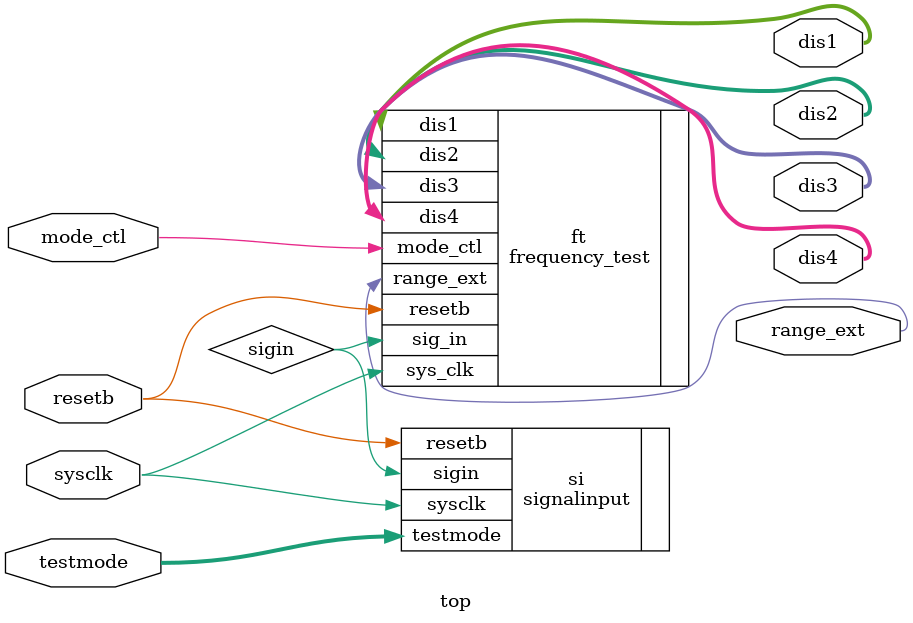
<source format=v>
module top(
  sysclk,
  resetb,
  mode_ctl,
  testmode,
  range_ext,
  dis1,dis2,dis3,dis4
);

input sysclk,resetb,mode_ctl;
input [1:0] testmode;

output range_ext;
output [6:0] dis1,dis2,dis3,dis4;

wire sigin,range_ext;
wire [6:0] dis1,dis2,dis3,dis4;

signalinput si (.sysclk(sysclk),.resetb(resetb),.testmode(testmode),.sigin(sigin));

frequency_test ft (.resetb(resetb),.sig_in(sigin),.sys_clk(sysclk),.mode_ctl(mode_ctl),.range_ext(range_ext),.dis1(dis1),.dis2(dis2),.dis3(dis3),.dis4(dis4));

endmodule // top
</source>
